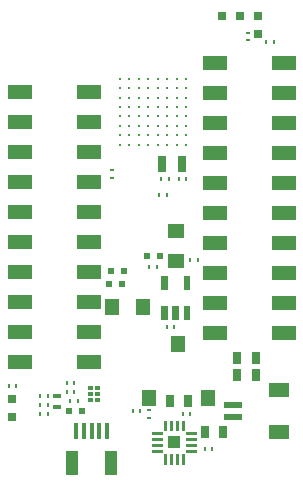
<source format=gbr>
G04 EAGLE Gerber RS-274X export*
G75*
%MOMM*%
%FSLAX34Y34*%
%LPD*%
%INSolderpaste Top*%
%IPPOS*%
%AMOC8*
5,1,8,0,0,1.08239X$1,22.5*%
G01*
%ADD10C,0.088500*%
%ADD11R,0.700000X1.400000*%
%ADD12R,0.250000X0.350000*%
%ADD13R,0.400000X1.350000*%
%ADD14R,1.100000X2.100000*%
%ADD15R,0.500000X0.600000*%
%ADD16C,0.304800*%
%ADD17R,1.060000X1.060000*%
%ADD18C,0.065000*%
%ADD19R,1.550000X0.600000*%
%ADD20R,1.800000X1.200000*%
%ADD21R,2.032000X1.270000*%
%ADD22R,0.650000X1.000000*%
%ADD23R,1.400000X1.200000*%
%ADD24R,1.200000X1.400000*%
%ADD25R,0.350000X0.250000*%
%ADD26R,0.660400X0.355600*%
%ADD27R,0.800000X0.800000*%
%ADD28C,0.075000*%


D10*
X267404Y439702D02*
X262388Y439702D01*
X262388Y450918D01*
X267404Y450918D01*
X267404Y439702D01*
X267404Y440543D02*
X262388Y440543D01*
X262388Y441384D02*
X267404Y441384D01*
X267404Y442225D02*
X262388Y442225D01*
X262388Y443066D02*
X267404Y443066D01*
X267404Y443907D02*
X262388Y443907D01*
X262388Y444748D02*
X267404Y444748D01*
X267404Y445589D02*
X262388Y445589D01*
X262388Y446430D02*
X267404Y446430D01*
X267404Y447271D02*
X262388Y447271D01*
X262388Y448112D02*
X267404Y448112D01*
X267404Y448953D02*
X262388Y448953D01*
X262388Y449794D02*
X267404Y449794D01*
X267404Y450635D02*
X262388Y450635D01*
X281388Y464802D02*
X286404Y464802D01*
X281388Y464802D02*
X281388Y476018D01*
X286404Y476018D01*
X286404Y464802D01*
X286404Y465643D02*
X281388Y465643D01*
X281388Y466484D02*
X286404Y466484D01*
X286404Y467325D02*
X281388Y467325D01*
X281388Y468166D02*
X286404Y468166D01*
X286404Y469007D02*
X281388Y469007D01*
X281388Y469848D02*
X286404Y469848D01*
X286404Y470689D02*
X281388Y470689D01*
X281388Y471530D02*
X286404Y471530D01*
X286404Y472371D02*
X281388Y472371D01*
X281388Y473212D02*
X286404Y473212D01*
X286404Y474053D02*
X281388Y474053D01*
X281388Y474894D02*
X286404Y474894D01*
X286404Y475735D02*
X281388Y475735D01*
X276904Y439702D02*
X271888Y439702D01*
X271888Y450918D01*
X276904Y450918D01*
X276904Y439702D01*
X276904Y440543D02*
X271888Y440543D01*
X271888Y441384D02*
X276904Y441384D01*
X276904Y442225D02*
X271888Y442225D01*
X271888Y443066D02*
X276904Y443066D01*
X276904Y443907D02*
X271888Y443907D01*
X271888Y444748D02*
X276904Y444748D01*
X276904Y445589D02*
X271888Y445589D01*
X271888Y446430D02*
X276904Y446430D01*
X276904Y447271D02*
X271888Y447271D01*
X271888Y448112D02*
X276904Y448112D01*
X276904Y448953D02*
X271888Y448953D01*
X271888Y449794D02*
X276904Y449794D01*
X276904Y450635D02*
X271888Y450635D01*
X281388Y439702D02*
X286404Y439702D01*
X281388Y439702D02*
X281388Y450918D01*
X286404Y450918D01*
X286404Y439702D01*
X286404Y440543D02*
X281388Y440543D01*
X281388Y441384D02*
X286404Y441384D01*
X286404Y442225D02*
X281388Y442225D01*
X281388Y443066D02*
X286404Y443066D01*
X286404Y443907D02*
X281388Y443907D01*
X281388Y444748D02*
X286404Y444748D01*
X286404Y445589D02*
X281388Y445589D01*
X281388Y446430D02*
X286404Y446430D01*
X286404Y447271D02*
X281388Y447271D01*
X281388Y448112D02*
X286404Y448112D01*
X286404Y448953D02*
X281388Y448953D01*
X281388Y449794D02*
X286404Y449794D01*
X286404Y450635D02*
X281388Y450635D01*
X267404Y464802D02*
X262388Y464802D01*
X262388Y476018D01*
X267404Y476018D01*
X267404Y464802D01*
X267404Y465643D02*
X262388Y465643D01*
X262388Y466484D02*
X267404Y466484D01*
X267404Y467325D02*
X262388Y467325D01*
X262388Y468166D02*
X267404Y468166D01*
X267404Y469007D02*
X262388Y469007D01*
X262388Y469848D02*
X267404Y469848D01*
X267404Y470689D02*
X262388Y470689D01*
X262388Y471530D02*
X267404Y471530D01*
X267404Y472371D02*
X262388Y472371D01*
X262388Y473212D02*
X267404Y473212D01*
X267404Y474053D02*
X262388Y474053D01*
X262388Y474894D02*
X267404Y474894D01*
X267404Y475735D02*
X262388Y475735D01*
D11*
X262772Y570738D03*
X279772Y570738D03*
D12*
X269163Y558089D03*
X262663Y558089D03*
X277395Y558368D03*
X283895Y558368D03*
D13*
X190708Y344409D03*
X197208Y344409D03*
X203708Y344409D03*
X210208Y344409D03*
X216708Y344409D03*
D14*
X187208Y317659D03*
X220208Y317659D03*
D12*
X258952Y483641D03*
X252452Y483641D03*
X273658Y432587D03*
X267158Y432587D03*
D15*
X261303Y492836D03*
X250303Y492836D03*
D16*
X227584Y634968D03*
X227584Y643096D03*
X227584Y627094D03*
X227584Y618966D03*
X227584Y611092D03*
X227584Y602964D03*
X227584Y595090D03*
X227584Y586962D03*
X235458Y643096D03*
X235458Y634968D03*
X235458Y627094D03*
X235458Y618966D03*
X235458Y611092D03*
X235458Y602964D03*
X235458Y595090D03*
X235458Y586962D03*
X243586Y634968D03*
X243586Y643096D03*
X243586Y627094D03*
X243586Y618966D03*
X243586Y611092D03*
X243586Y602964D03*
X243586Y595090D03*
X243586Y586962D03*
X251460Y643096D03*
X251460Y634968D03*
X251460Y627094D03*
X251460Y618966D03*
X251460Y611092D03*
X251460Y602964D03*
X251460Y595090D03*
X251460Y586962D03*
X259588Y643096D03*
X259588Y634968D03*
X259588Y627094D03*
X259588Y618966D03*
X259588Y611092D03*
X259588Y602964D03*
X259588Y595090D03*
X259588Y586962D03*
X267462Y634968D03*
X267462Y643096D03*
X267462Y627094D03*
X267462Y618966D03*
X267462Y611092D03*
X267462Y602964D03*
X267462Y595090D03*
X267462Y586962D03*
X275590Y634968D03*
X275590Y643096D03*
X275590Y627094D03*
X275590Y618966D03*
X275590Y611092D03*
X275590Y602964D03*
X275590Y595090D03*
X275590Y586962D03*
X283464Y634968D03*
X283464Y643096D03*
X283464Y627094D03*
X283464Y618966D03*
X283464Y611092D03*
X283464Y602964D03*
X283464Y595090D03*
X283464Y586962D03*
D17*
X273228Y335255D03*
D18*
X266703Y324880D02*
X266703Y316930D01*
X264753Y316930D01*
X264753Y324880D01*
X266703Y324880D01*
X266703Y317547D02*
X264753Y317547D01*
X264753Y318164D02*
X266703Y318164D01*
X266703Y318781D02*
X264753Y318781D01*
X264753Y319398D02*
X266703Y319398D01*
X266703Y320015D02*
X264753Y320015D01*
X264753Y320632D02*
X266703Y320632D01*
X266703Y321249D02*
X264753Y321249D01*
X264753Y321866D02*
X266703Y321866D01*
X266703Y322483D02*
X264753Y322483D01*
X264753Y323100D02*
X266703Y323100D01*
X266703Y323717D02*
X264753Y323717D01*
X264753Y324334D02*
X266703Y324334D01*
X271703Y324880D02*
X271703Y316930D01*
X269753Y316930D01*
X269753Y324880D01*
X271703Y324880D01*
X271703Y317547D02*
X269753Y317547D01*
X269753Y318164D02*
X271703Y318164D01*
X271703Y318781D02*
X269753Y318781D01*
X269753Y319398D02*
X271703Y319398D01*
X271703Y320015D02*
X269753Y320015D01*
X269753Y320632D02*
X271703Y320632D01*
X271703Y321249D02*
X269753Y321249D01*
X269753Y321866D02*
X271703Y321866D01*
X271703Y322483D02*
X269753Y322483D01*
X269753Y323100D02*
X271703Y323100D01*
X271703Y323717D02*
X269753Y323717D01*
X269753Y324334D02*
X271703Y324334D01*
X276703Y324880D02*
X276703Y316930D01*
X274753Y316930D01*
X274753Y324880D01*
X276703Y324880D01*
X276703Y317547D02*
X274753Y317547D01*
X274753Y318164D02*
X276703Y318164D01*
X276703Y318781D02*
X274753Y318781D01*
X274753Y319398D02*
X276703Y319398D01*
X276703Y320015D02*
X274753Y320015D01*
X274753Y320632D02*
X276703Y320632D01*
X276703Y321249D02*
X274753Y321249D01*
X274753Y321866D02*
X276703Y321866D01*
X276703Y322483D02*
X274753Y322483D01*
X274753Y323100D02*
X276703Y323100D01*
X276703Y323717D02*
X274753Y323717D01*
X274753Y324334D02*
X276703Y324334D01*
X281703Y324880D02*
X281703Y316930D01*
X279753Y316930D01*
X279753Y324880D01*
X281703Y324880D01*
X281703Y317547D02*
X279753Y317547D01*
X279753Y318164D02*
X281703Y318164D01*
X281703Y318781D02*
X279753Y318781D01*
X279753Y319398D02*
X281703Y319398D01*
X281703Y320015D02*
X279753Y320015D01*
X279753Y320632D02*
X281703Y320632D01*
X281703Y321249D02*
X279753Y321249D01*
X279753Y321866D02*
X281703Y321866D01*
X281703Y322483D02*
X279753Y322483D01*
X279753Y323100D02*
X281703Y323100D01*
X281703Y323717D02*
X279753Y323717D01*
X279753Y324334D02*
X281703Y324334D01*
X281703Y345630D02*
X281703Y353580D01*
X281703Y345630D02*
X279753Y345630D01*
X279753Y353580D01*
X281703Y353580D01*
X281703Y346247D02*
X279753Y346247D01*
X279753Y346864D02*
X281703Y346864D01*
X281703Y347481D02*
X279753Y347481D01*
X279753Y348098D02*
X281703Y348098D01*
X281703Y348715D02*
X279753Y348715D01*
X279753Y349332D02*
X281703Y349332D01*
X281703Y349949D02*
X279753Y349949D01*
X279753Y350566D02*
X281703Y350566D01*
X281703Y351183D02*
X279753Y351183D01*
X279753Y351800D02*
X281703Y351800D01*
X281703Y352417D02*
X279753Y352417D01*
X279753Y353034D02*
X281703Y353034D01*
X276703Y353580D02*
X276703Y345630D01*
X274753Y345630D01*
X274753Y353580D01*
X276703Y353580D01*
X276703Y346247D02*
X274753Y346247D01*
X274753Y346864D02*
X276703Y346864D01*
X276703Y347481D02*
X274753Y347481D01*
X274753Y348098D02*
X276703Y348098D01*
X276703Y348715D02*
X274753Y348715D01*
X274753Y349332D02*
X276703Y349332D01*
X276703Y349949D02*
X274753Y349949D01*
X274753Y350566D02*
X276703Y350566D01*
X276703Y351183D02*
X274753Y351183D01*
X274753Y351800D02*
X276703Y351800D01*
X276703Y352417D02*
X274753Y352417D01*
X274753Y353034D02*
X276703Y353034D01*
X271703Y353580D02*
X271703Y345630D01*
X269753Y345630D01*
X269753Y353580D01*
X271703Y353580D01*
X271703Y346247D02*
X269753Y346247D01*
X269753Y346864D02*
X271703Y346864D01*
X271703Y347481D02*
X269753Y347481D01*
X269753Y348098D02*
X271703Y348098D01*
X271703Y348715D02*
X269753Y348715D01*
X269753Y349332D02*
X271703Y349332D01*
X271703Y349949D02*
X269753Y349949D01*
X269753Y350566D02*
X271703Y350566D01*
X271703Y351183D02*
X269753Y351183D01*
X269753Y351800D02*
X271703Y351800D01*
X271703Y352417D02*
X269753Y352417D01*
X269753Y353034D02*
X271703Y353034D01*
X266703Y353580D02*
X266703Y345630D01*
X264753Y345630D01*
X264753Y353580D01*
X266703Y353580D01*
X266703Y346247D02*
X264753Y346247D01*
X264753Y346864D02*
X266703Y346864D01*
X266703Y347481D02*
X264753Y347481D01*
X264753Y348098D02*
X266703Y348098D01*
X266703Y348715D02*
X264753Y348715D01*
X264753Y349332D02*
X266703Y349332D01*
X266703Y349949D02*
X264753Y349949D01*
X264753Y350566D02*
X266703Y350566D01*
X266703Y351183D02*
X264753Y351183D01*
X264753Y351800D02*
X266703Y351800D01*
X266703Y352417D02*
X264753Y352417D01*
X264753Y353034D02*
X266703Y353034D01*
X262853Y341780D02*
X254903Y341780D01*
X254903Y343730D01*
X262853Y343730D01*
X262853Y341780D01*
X262853Y342397D02*
X254903Y342397D01*
X254903Y343014D02*
X262853Y343014D01*
X262853Y343631D02*
X254903Y343631D01*
X254903Y336780D02*
X262853Y336780D01*
X254903Y336780D02*
X254903Y338730D01*
X262853Y338730D01*
X262853Y336780D01*
X262853Y337397D02*
X254903Y337397D01*
X254903Y338014D02*
X262853Y338014D01*
X262853Y338631D02*
X254903Y338631D01*
X254903Y331780D02*
X262853Y331780D01*
X254903Y331780D02*
X254903Y333730D01*
X262853Y333730D01*
X262853Y331780D01*
X262853Y332397D02*
X254903Y332397D01*
X254903Y333014D02*
X262853Y333014D01*
X262853Y333631D02*
X254903Y333631D01*
X254903Y326780D02*
X262853Y326780D01*
X254903Y326780D02*
X254903Y328730D01*
X262853Y328730D01*
X262853Y326780D01*
X262853Y327397D02*
X254903Y327397D01*
X254903Y328014D02*
X262853Y328014D01*
X262853Y328631D02*
X254903Y328631D01*
X283603Y326780D02*
X291553Y326780D01*
X283603Y326780D02*
X283603Y328730D01*
X291553Y328730D01*
X291553Y326780D01*
X291553Y327397D02*
X283603Y327397D01*
X283603Y328014D02*
X291553Y328014D01*
X291553Y328631D02*
X283603Y328631D01*
X283603Y331780D02*
X291553Y331780D01*
X283603Y331780D02*
X283603Y333730D01*
X291553Y333730D01*
X291553Y331780D01*
X291553Y332397D02*
X283603Y332397D01*
X283603Y333014D02*
X291553Y333014D01*
X291553Y333631D02*
X283603Y333631D01*
X283603Y336780D02*
X291553Y336780D01*
X283603Y336780D02*
X283603Y338730D01*
X291553Y338730D01*
X291553Y336780D01*
X291553Y337397D02*
X283603Y337397D01*
X283603Y338014D02*
X291553Y338014D01*
X291553Y338631D02*
X283603Y338631D01*
X283603Y341780D02*
X291553Y341780D01*
X283603Y341780D02*
X283603Y343730D01*
X291553Y343730D01*
X291553Y341780D01*
X291553Y342397D02*
X283603Y342397D01*
X283603Y343014D02*
X291553Y343014D01*
X291553Y343631D02*
X283603Y343631D01*
D19*
X323404Y356696D03*
X323404Y366696D03*
D20*
X362154Y343696D03*
X362154Y379696D03*
D21*
X142951Y402895D03*
X201371Y402895D03*
X201371Y428295D03*
X142951Y428295D03*
X201371Y453695D03*
X142951Y453695D03*
X201371Y479095D03*
X142951Y479095D03*
X201371Y504495D03*
X142951Y504495D03*
X201371Y529895D03*
X142951Y529895D03*
X201371Y555295D03*
X142951Y555295D03*
X201371Y580695D03*
X142951Y580695D03*
X201371Y606095D03*
X142951Y606095D03*
X201371Y631495D03*
X142951Y631495D03*
X308356Y427990D03*
X366776Y427990D03*
X366776Y453390D03*
X308356Y453390D03*
X366776Y478790D03*
X308356Y478790D03*
X366776Y504190D03*
X308356Y504190D03*
X366776Y529590D03*
X308356Y529590D03*
X366776Y554990D03*
X308356Y554990D03*
X366776Y580390D03*
X308356Y580390D03*
X366776Y605790D03*
X308356Y605790D03*
X366776Y631190D03*
X308356Y631190D03*
X366776Y656590D03*
X308356Y656590D03*
D22*
X314811Y343865D03*
X299311Y343865D03*
X285194Y370205D03*
X269694Y370205D03*
D12*
X287095Y359410D03*
X280595Y359410D03*
X305713Y329692D03*
X299213Y329692D03*
X244779Y361544D03*
X238279Y361544D03*
D23*
X274828Y488269D03*
X274828Y514269D03*
D24*
X252038Y373003D03*
X277038Y418003D03*
X302038Y373003D03*
D22*
X342395Y406502D03*
X326895Y406502D03*
X326895Y392379D03*
X342395Y392379D03*
D25*
X221031Y565327D03*
X221031Y558827D03*
D24*
X221239Y449631D03*
X247239Y449631D03*
D26*
X174066Y374040D03*
X174066Y365404D03*
D12*
X166445Y374421D03*
X159945Y374421D03*
X159970Y366979D03*
X166470Y366979D03*
D27*
X136119Y356990D03*
X136119Y371990D03*
X314166Y696036D03*
X329166Y696036D03*
D12*
X139953Y382778D03*
X133453Y382778D03*
D25*
X335636Y675514D03*
X335636Y682014D03*
D12*
X267334Y544805D03*
X260834Y544805D03*
X287250Y489712D03*
X293750Y489712D03*
D27*
X344246Y696272D03*
X344246Y681272D03*
D12*
X351588Y673786D03*
X358088Y673786D03*
X159818Y359512D03*
X166318Y359512D03*
X188899Y377901D03*
X182399Y377901D03*
D25*
X252070Y362101D03*
X252070Y355601D03*
D12*
X188873Y385445D03*
X182373Y385445D03*
D15*
X220281Y480111D03*
X231281Y480111D03*
X218350Y469367D03*
X229350Y469367D03*
D28*
X209501Y372528D02*
X206051Y372528D01*
X209501Y372528D02*
X209501Y370278D01*
X206051Y370278D01*
X206051Y372528D01*
X206051Y370990D02*
X209501Y370990D01*
X209501Y371702D02*
X206051Y371702D01*
X206051Y372414D02*
X209501Y372414D01*
X209501Y377528D02*
X206151Y377528D01*
X209501Y377528D02*
X209501Y375278D01*
X206151Y375278D01*
X206151Y377528D01*
X206151Y375990D02*
X209501Y375990D01*
X209501Y376702D02*
X206151Y376702D01*
X206151Y377414D02*
X209501Y377414D01*
X209501Y382528D02*
X206151Y382528D01*
X209501Y382528D02*
X209501Y380278D01*
X206151Y380278D01*
X206151Y382528D01*
X206151Y380990D02*
X209501Y380990D01*
X209501Y381702D02*
X206151Y381702D01*
X206151Y382414D02*
X209501Y382414D01*
X203601Y382528D02*
X200251Y382528D01*
X203601Y382528D02*
X203601Y380278D01*
X200251Y380278D01*
X200251Y382528D01*
X200251Y380990D02*
X203601Y380990D01*
X203601Y381702D02*
X200251Y381702D01*
X200251Y382414D02*
X203601Y382414D01*
X203601Y377528D02*
X200251Y377528D01*
X203601Y377528D02*
X203601Y375278D01*
X200251Y375278D01*
X200251Y377528D01*
X200251Y375990D02*
X203601Y375990D01*
X203601Y376702D02*
X200251Y376702D01*
X200251Y377414D02*
X203601Y377414D01*
X203601Y372528D02*
X200251Y372528D01*
X203601Y372528D02*
X203601Y370278D01*
X200251Y370278D01*
X200251Y372528D01*
X200251Y370990D02*
X203601Y370990D01*
X203601Y371702D02*
X200251Y371702D01*
X200251Y372414D02*
X203601Y372414D01*
D12*
X185472Y370561D03*
X191972Y370561D03*
D15*
X184416Y361874D03*
X195416Y361874D03*
M02*

</source>
